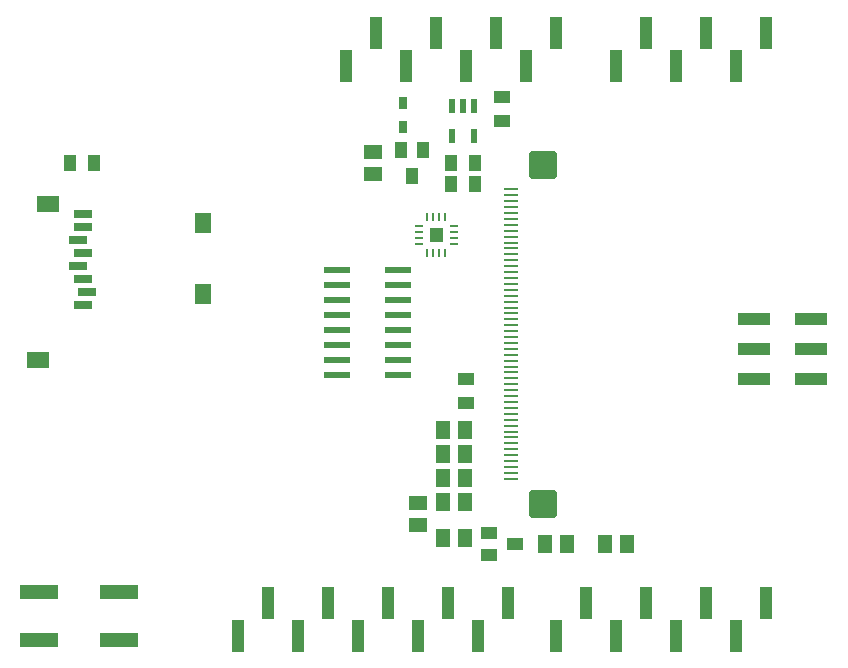
<source format=gbr>
G04 EAGLE Gerber RS-274X export*
G75*
%MOMM*%
%FSLAX34Y34*%
%LPD*%
%INSolderpaste Top*%
%IPPOS*%
%AMOC8*
5,1,8,0,0,1.08239X$1,22.5*%
G01*
%ADD10R,1.900000X1.400000*%
%ADD11R,1.400000X1.800000*%
%ADD12R,1.500000X0.700000*%
%ADD13R,1.300000X1.500000*%
%ADD14R,1.400000X1.000000*%
%ADD15R,0.550000X1.200000*%
%ADD16R,1.100000X1.400000*%
%ADD17R,1.400000X1.100000*%
%ADD18R,1.000000X1.400000*%
%ADD19R,1.016000X2.794000*%
%ADD20R,2.794000X1.016000*%
%ADD21R,1.200000X0.275000*%
%ADD22C,0.600000*%
%ADD23R,1.500000X1.300000*%
%ADD24R,0.800000X1.000000*%
%ADD25R,0.280000X0.800000*%
%ADD26R,0.800000X0.280000*%
%ADD27R,2.200000X0.600000*%
%ADD28R,3.200000X1.200000*%

G36*
X365825Y349897D02*
X365825Y349897D01*
X365891Y349899D01*
X365934Y349917D01*
X365981Y349925D01*
X366038Y349959D01*
X366098Y349984D01*
X366133Y350015D01*
X366174Y350040D01*
X366216Y350091D01*
X366264Y350135D01*
X366286Y350177D01*
X366315Y350214D01*
X366336Y350276D01*
X366367Y350335D01*
X366375Y350389D01*
X366387Y350426D01*
X366386Y350466D01*
X366394Y350520D01*
X366394Y360680D01*
X366383Y360745D01*
X366381Y360811D01*
X366363Y360854D01*
X366355Y360901D01*
X366321Y360958D01*
X366296Y361018D01*
X366265Y361053D01*
X366240Y361094D01*
X366189Y361136D01*
X366145Y361184D01*
X366103Y361206D01*
X366066Y361235D01*
X366004Y361256D01*
X365945Y361287D01*
X365891Y361295D01*
X365854Y361307D01*
X365814Y361306D01*
X365760Y361314D01*
X355600Y361314D01*
X355535Y361303D01*
X355469Y361301D01*
X355426Y361283D01*
X355379Y361275D01*
X355322Y361241D01*
X355262Y361216D01*
X355227Y361185D01*
X355186Y361160D01*
X355145Y361109D01*
X355096Y361065D01*
X355074Y361023D01*
X355045Y360986D01*
X355024Y360924D01*
X354993Y360865D01*
X354985Y360811D01*
X354973Y360774D01*
X354973Y360763D01*
X354973Y360762D01*
X354974Y360732D01*
X354966Y360680D01*
X354966Y350520D01*
X354977Y350455D01*
X354979Y350389D01*
X354997Y350346D01*
X355005Y350299D01*
X355039Y350242D01*
X355064Y350182D01*
X355095Y350147D01*
X355120Y350106D01*
X355171Y350065D01*
X355215Y350016D01*
X355257Y349994D01*
X355294Y349965D01*
X355356Y349944D01*
X355415Y349913D01*
X355469Y349905D01*
X355506Y349893D01*
X355546Y349894D01*
X355600Y349886D01*
X365760Y349886D01*
X365825Y349897D01*
G37*
D10*
X32240Y382080D03*
X23240Y250080D03*
D11*
X163240Y366080D03*
X163240Y306080D03*
D12*
X61240Y373080D03*
X61240Y362080D03*
X57240Y351080D03*
X61240Y340080D03*
X57240Y329080D03*
X61240Y318080D03*
X65240Y307080D03*
X61240Y296080D03*
D13*
X366420Y129540D03*
X385420Y129540D03*
X366420Y149860D03*
X385420Y149860D03*
X366420Y170180D03*
X385420Y170180D03*
X366420Y190500D03*
X385420Y190500D03*
D14*
X427560Y93980D03*
X405560Y84480D03*
X405560Y103480D03*
D13*
X366420Y99060D03*
X385420Y99060D03*
D15*
X393040Y465120D03*
X383540Y465120D03*
X374040Y465120D03*
X374040Y439120D03*
X393040Y439120D03*
D16*
X393540Y398780D03*
X373540Y398780D03*
D17*
X386080Y233520D03*
X386080Y213520D03*
D16*
X50960Y416560D03*
X70960Y416560D03*
X393540Y416560D03*
X373540Y416560D03*
D17*
X416560Y472280D03*
X416560Y452280D03*
D18*
X340360Y405560D03*
X330860Y427560D03*
X349860Y427560D03*
D19*
X640080Y44450D03*
X614680Y16510D03*
X589280Y44450D03*
X563880Y16510D03*
X538480Y44450D03*
X513080Y16510D03*
X487680Y44450D03*
X462280Y16510D03*
X421640Y44450D03*
X396240Y16510D03*
X370840Y44450D03*
X345440Y16510D03*
X320040Y44450D03*
X294640Y16510D03*
X269240Y44450D03*
X243840Y16510D03*
X218440Y44450D03*
X193040Y16510D03*
X462280Y527050D03*
X436880Y499110D03*
X411480Y527050D03*
X386080Y499110D03*
X360680Y527050D03*
X335280Y499110D03*
X309880Y527050D03*
X284480Y499110D03*
X640080Y527050D03*
X614680Y499110D03*
X589280Y527050D03*
X563880Y499110D03*
X538480Y527050D03*
X513080Y499110D03*
D20*
X629920Y233680D03*
X629920Y259080D03*
X629920Y284480D03*
X678180Y284480D03*
X678180Y259080D03*
X678180Y233680D03*
D21*
X423940Y149280D03*
X423940Y154280D03*
X423940Y159280D03*
X423940Y164280D03*
X423940Y169280D03*
X423940Y174280D03*
X423940Y179280D03*
X423940Y184280D03*
X423940Y189280D03*
X423940Y194280D03*
X423940Y199280D03*
X423940Y204280D03*
X423940Y209280D03*
X423940Y214280D03*
X423940Y219280D03*
X423940Y224280D03*
X423940Y229280D03*
X423940Y234280D03*
X423940Y239280D03*
X423940Y244280D03*
X423940Y249280D03*
X423940Y254280D03*
X423940Y259280D03*
X423940Y264280D03*
X423940Y269280D03*
X423940Y274280D03*
X423940Y279280D03*
X423940Y284280D03*
X423940Y289280D03*
X423940Y294280D03*
X423940Y299280D03*
X423940Y304280D03*
X423940Y309280D03*
X423940Y314280D03*
X423940Y319280D03*
X423940Y324280D03*
X423940Y329280D03*
X423940Y334280D03*
X423940Y339280D03*
X423940Y344280D03*
X423940Y349280D03*
X423940Y354280D03*
X423940Y359280D03*
X423940Y364280D03*
X423940Y369280D03*
X423940Y374280D03*
X423940Y379280D03*
X423940Y384280D03*
X423940Y389280D03*
X423940Y394280D03*
D22*
X459940Y137280D02*
X459940Y119280D01*
X441940Y119280D01*
X441940Y137280D01*
X459940Y137280D01*
X459940Y124980D02*
X441940Y124980D01*
X441940Y130680D02*
X459940Y130680D01*
X459940Y136380D02*
X441940Y136380D01*
X459940Y406280D02*
X459940Y424280D01*
X459940Y406280D02*
X441940Y406280D01*
X441940Y424280D01*
X459940Y424280D01*
X459940Y411980D02*
X441940Y411980D01*
X441940Y417680D02*
X459940Y417680D01*
X459940Y423380D02*
X441940Y423380D01*
D23*
X307340Y426060D03*
X307340Y407060D03*
D24*
X332740Y447200D03*
X332740Y467200D03*
D25*
X368180Y370600D03*
X363180Y370600D03*
X358180Y370600D03*
X353180Y370600D03*
D26*
X345680Y363100D03*
X345680Y358100D03*
X345680Y353100D03*
X345680Y348100D03*
D25*
X353180Y340600D03*
X358180Y340600D03*
X363180Y340600D03*
X368180Y340600D03*
D26*
X375680Y348100D03*
X375680Y353100D03*
X375680Y358100D03*
X375680Y363100D03*
D13*
X452780Y93980D03*
X471780Y93980D03*
X522580Y93980D03*
X503580Y93980D03*
D27*
X276260Y313690D03*
X328260Y288290D03*
X276260Y326390D03*
X276260Y300990D03*
X276260Y288290D03*
X328260Y300990D03*
X328260Y275590D03*
X328260Y262890D03*
X276260Y262890D03*
X328260Y237490D03*
X276260Y275590D03*
X276260Y250190D03*
X328260Y250190D03*
X276260Y237490D03*
X328260Y313690D03*
X328260Y326390D03*
D23*
X345440Y109880D03*
X345440Y128880D03*
D28*
X24420Y53020D03*
X92420Y53020D03*
X92420Y13020D03*
X24420Y13020D03*
M02*

</source>
